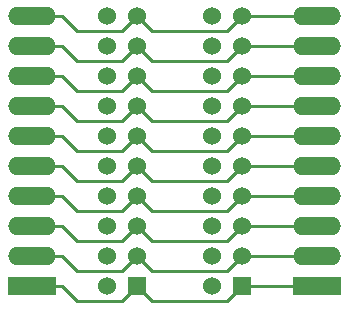
<source format=gtl>
G04 (created by PCBNEW-RS274X (2012-01-19 BZR 3256)-stable) date 20/09/2012 17:26:11*
G01*
G70*
G90*
%MOIN*%
G04 Gerber Fmt 3.4, Leading zero omitted, Abs format*
%FSLAX34Y34*%
G04 APERTURE LIST*
%ADD10C,0.006000*%
%ADD11R,0.160000X0.060000*%
%ADD12O,0.160000X0.060000*%
%ADD13C,0.060000*%
%ADD14R,0.060000X0.060000*%
%ADD15C,0.010000*%
G04 APERTURE END LIST*
G54D10*
G54D11*
X85000Y-64500D03*
G54D12*
X85000Y-63500D03*
X85000Y-62500D03*
X85000Y-61500D03*
X85000Y-60500D03*
X85000Y-59500D03*
X85000Y-58500D03*
X85000Y-57500D03*
X85000Y-56500D03*
X85000Y-55500D03*
G54D11*
X94500Y-64500D03*
G54D12*
X94500Y-63500D03*
X94500Y-62500D03*
X94500Y-61500D03*
X94500Y-60500D03*
X94500Y-59500D03*
X94500Y-58500D03*
X94500Y-57500D03*
X94500Y-56500D03*
X94500Y-55500D03*
G54D13*
X87500Y-64500D03*
X88500Y-63500D03*
G54D14*
X88500Y-64500D03*
G54D13*
X87500Y-63500D03*
X88500Y-62500D03*
X87500Y-62500D03*
X88500Y-61500D03*
X87500Y-61500D03*
X88500Y-60500D03*
X87500Y-60500D03*
X88500Y-59500D03*
X87500Y-59500D03*
X88500Y-58500D03*
X87500Y-58500D03*
X88500Y-57500D03*
X87500Y-57500D03*
X88500Y-56500D03*
X87500Y-56500D03*
X88500Y-55500D03*
X87500Y-55500D03*
X91000Y-64500D03*
X92000Y-63500D03*
G54D14*
X92000Y-64500D03*
G54D13*
X91000Y-63500D03*
X92000Y-62500D03*
X91000Y-62500D03*
X92000Y-61500D03*
X91000Y-61500D03*
X92000Y-60500D03*
X91000Y-60500D03*
X92000Y-59500D03*
X91000Y-59500D03*
X92000Y-58500D03*
X91000Y-58500D03*
X92000Y-57500D03*
X91000Y-57500D03*
X92000Y-56500D03*
X91000Y-56500D03*
X92000Y-55500D03*
X91000Y-55500D03*
G54D15*
X92000Y-55500D02*
X94500Y-55500D01*
X85000Y-55500D02*
X86000Y-55500D01*
X88000Y-56000D02*
X88500Y-55500D01*
X86500Y-56000D02*
X88000Y-56000D01*
X86000Y-55500D02*
X86500Y-56000D01*
X89000Y-56000D02*
X91500Y-56000D01*
X91500Y-56000D02*
X92000Y-55500D01*
X88500Y-55500D02*
X89000Y-56000D01*
X86500Y-57000D02*
X88000Y-57000D01*
X86000Y-56500D02*
X86500Y-57000D01*
X85000Y-56500D02*
X86000Y-56500D01*
X88000Y-57000D02*
X88500Y-56500D01*
X89000Y-57000D02*
X91500Y-57000D01*
X91500Y-57000D02*
X92000Y-56500D01*
X88500Y-56500D02*
X89000Y-57000D01*
X92000Y-56500D02*
X94500Y-56500D01*
X92000Y-57500D02*
X94500Y-57500D01*
X86000Y-57500D02*
X86500Y-58000D01*
X88000Y-58000D02*
X88500Y-57500D01*
X85000Y-57500D02*
X86000Y-57500D01*
X89000Y-58000D02*
X91500Y-58000D01*
X91500Y-58000D02*
X92000Y-57500D01*
X88500Y-57500D02*
X89000Y-58000D01*
X86500Y-58000D02*
X88000Y-58000D01*
X88000Y-59000D02*
X88500Y-58500D01*
X85000Y-58500D02*
X86000Y-58500D01*
X86500Y-59000D02*
X88000Y-59000D01*
X86000Y-58500D02*
X86500Y-59000D01*
X91500Y-59000D02*
X92000Y-58500D01*
X88500Y-58500D02*
X89000Y-59000D01*
X92000Y-58500D02*
X94500Y-58500D01*
X89000Y-59000D02*
X91500Y-59000D01*
X92000Y-59500D02*
X94500Y-59500D01*
X88500Y-59500D02*
X89000Y-60000D01*
X91500Y-60000D02*
X92000Y-59500D01*
X89000Y-60000D02*
X91500Y-60000D01*
X86000Y-59500D02*
X86500Y-60000D01*
X86500Y-60000D02*
X88000Y-60000D01*
X88000Y-60000D02*
X88500Y-59500D01*
X85000Y-59500D02*
X86000Y-59500D01*
X92000Y-64500D02*
X94500Y-64500D01*
X85000Y-64500D02*
X86000Y-64500D01*
X86000Y-64500D02*
X86500Y-65000D01*
X86500Y-65000D02*
X88000Y-65000D01*
X89000Y-65000D02*
X91500Y-65000D01*
X91500Y-65000D02*
X92000Y-64500D01*
X88500Y-64500D02*
X89000Y-65000D01*
X88000Y-65000D02*
X88500Y-64500D01*
X85000Y-60500D02*
X86000Y-60500D01*
X88000Y-61000D02*
X88500Y-60500D01*
X86500Y-61000D02*
X88000Y-61000D01*
X86000Y-60500D02*
X86500Y-61000D01*
X89000Y-61000D02*
X91500Y-61000D01*
X92000Y-60500D02*
X94500Y-60500D01*
X88500Y-60500D02*
X89000Y-61000D01*
X91500Y-61000D02*
X92000Y-60500D01*
X88500Y-61500D02*
X89000Y-62000D01*
X85000Y-61500D02*
X86000Y-61500D01*
X88000Y-62000D02*
X88500Y-61500D01*
X86500Y-62000D02*
X88000Y-62000D01*
X86000Y-61500D02*
X86500Y-62000D01*
X89000Y-62000D02*
X91500Y-62000D01*
X91500Y-62000D02*
X92000Y-61500D01*
X92000Y-61500D02*
X94500Y-61500D01*
X92000Y-62500D02*
X94500Y-62500D01*
X88500Y-62500D02*
X89000Y-63000D01*
X91500Y-63000D02*
X92000Y-62500D01*
X89000Y-63000D02*
X91500Y-63000D01*
X86000Y-62500D02*
X86500Y-63000D01*
X86500Y-63000D02*
X88000Y-63000D01*
X88000Y-63000D02*
X88500Y-62500D01*
X85000Y-62500D02*
X86000Y-62500D01*
X86500Y-64000D02*
X88000Y-64000D01*
X86000Y-63500D02*
X86500Y-64000D01*
X88000Y-64000D02*
X88500Y-63500D01*
X85000Y-63500D02*
X86000Y-63500D01*
X89000Y-64000D02*
X91500Y-64000D01*
X91500Y-64000D02*
X92000Y-63500D01*
X88500Y-63500D02*
X89000Y-64000D01*
X92000Y-63500D02*
X94500Y-63500D01*
M02*

</source>
